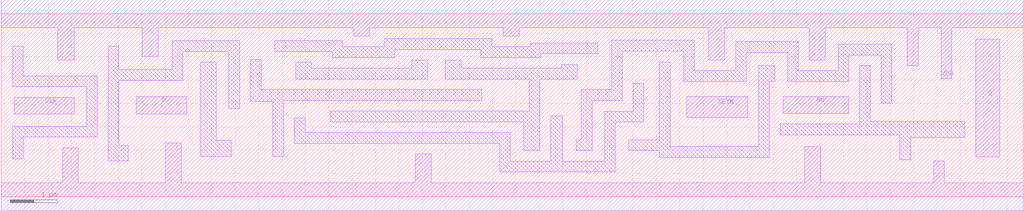
<source format=lef>
# Copyright 2022 GlobalFoundries PDK Authors
#
# Licensed under the Apache License, Version 2.0 (the "License");
# you may not use this file except in compliance with the License.
# You may obtain a copy of the License at
#
#      http://www.apache.org/licenses/LICENSE-2.0
#
# Unless required by applicable law or agreed to in writing, software
# distributed under the License is distributed on an "AS IS" BASIS,
# WITHOUT WARRANTIES OR CONDITIONS OF ANY KIND, either express or implied.
# See the License for the specific language governing permissions and
# limitations under the License.

MACRO gf180mcu_fd_sc_mcu7t5v0__dffrsnq_1
  CLASS core ;
  FOREIGN gf180mcu_fd_sc_mcu7t5v0__dffrsnq_1 0.0 0.0 ;
  ORIGIN 0 0 ;
  SYMMETRY X Y ;
  SITE GF018hv5v_mcu_sc7 ;
  SIZE 21.84 BY 3.92 ;
  PIN D
    DIRECTION INPUT ;
    ANTENNAGATEAREA 0.4015 ;
    PORT
      LAYER METAL1 ;
        POLYGON 2.89 1.77 3.96 1.77 3.96 2.15 2.89 2.15  ;
    END
  END D
  PIN RN
    DIRECTION INPUT ;
    ANTENNAGATEAREA 1.2095 ;
    PORT
      LAYER METAL1 ;
        POLYGON 16.715 1.785 18.115 1.785 18.115 2.15 16.715 2.15  ;
    END
  END RN
  PIN SETN
    DIRECTION INPUT ;
    ANTENNAGATEAREA 1.096 ;
    PORT
      LAYER METAL1 ;
        POLYGON 14.65 1.7 15.955 1.7 15.955 2.15 14.65 2.15  ;
    END
  END SETN
  PIN CLK
    DIRECTION INPUT ;
    USE clock ;
    ANTENNAGATEAREA 0.6755 ;
    PORT
      LAYER METAL1 ;
        POLYGON 0.28 1.77 1.575 1.77 1.575 2.13 0.28 2.13  ;
    END
  END CLK
  PIN Q
    DIRECTION OUTPUT ;
    ANTENNADIFFAREA 0.8932 ;
    PORT
      LAYER METAL1 ;
        POLYGON 20.825 0.86 21.335 0.86 21.335 3.38 20.825 3.38  ;
    END
  END Q
  PIN VDD
    DIRECTION INOUT ;
    USE power ;
    SHAPE ABUTMENT ;
    PORT
      LAYER METAL1 ;
        POLYGON 0 3.62 1.205 3.62 1.205 2.93 1.555 2.93 1.555 3.62 2.055 3.62 3.01 3.62 3.01 3.005 3.35 3.005 3.35 3.62 5.095 3.62 7.53 3.62 7.53 3.445 7.87 3.445 7.87 3.62 10.73 3.62 10.73 3.445 11.07 3.445 11.07 3.62 12.75 3.62 15.125 3.62 15.125 2.93 15.465 2.93 15.465 3.62 17.27 3.62 17.27 2.93 17.61 2.93 17.61 3.62 19.035 3.62 19.365 3.62 19.365 2.81 19.595 2.81 19.595 3.62 20.085 3.62 20.085 2.53 20.315 2.53 20.315 3.62 20.595 3.62 21.84 3.62 21.84 4.22 20.595 4.22 19.035 4.22 12.75 4.22 5.095 4.22 2.055 4.22 0 4.22  ;
    END
  END VDD
  PIN VSS
    DIRECTION INOUT ;
    USE ground ;
    SHAPE ABUTMENT ;
    PORT
      LAYER METAL1 ;
        POLYGON 0 -0.3 21.84 -0.3 21.84 0.3 20.155 0.3 20.155 0.765 19.925 0.765 19.925 0.3 17.51 0.3 17.51 1.075 17.17 1.075 17.17 0.3 9.19 0.3 9.19 0.915 8.85 0.915 8.85 0.3 3.85 0.3 3.85 1.15 3.51 1.15 3.51 0.3 1.65 0.3 1.65 1.05 1.31 1.05 1.31 0.3 0 0.3  ;
    END
  END VSS
  OBS
      LAYER METAL1 ;
        POLYGON 0.245 2.36 1.825 2.36 1.825 1.51 0.245 1.51 0.245 0.81 0.475 0.81 0.475 1.28 2.055 1.28 2.055 2.59 0.475 2.59 0.475 3.225 0.245 3.225  ;
        POLYGON 4.25 0.865 4.915 0.865 4.915 1.205 4.59 1.205 4.59 2.88 4.25 2.88  ;
        POLYGON 2.515 2.49 3.88 2.49 3.88 3.11 4.865 3.11 4.865 1.895 5.095 1.895 5.095 3.34 3.65 3.34 3.65 2.725 2.515 2.725 2.515 3.225 2.285 3.225 2.285 0.765 2.715 0.765 2.715 1.105 2.515 1.105  ;
        POLYGON 6.29 2.525 9.11 2.525 9.11 2.925 8.77 2.925 8.77 2.755 6.63 2.755 6.63 2.88 6.29 2.88  ;
        POLYGON 5.325 2.04 5.805 2.04 5.805 0.865 6.035 0.865 6.035 2.065 10.27 2.065 10.27 2.295 5.555 2.295 5.555 2.94 5.325 2.94  ;
        POLYGON 9.49 2.525 11.28 2.525 11.28 1.835 7.03 1.835 7.03 1.605 11.17 1.605 11.17 0.99 11.51 0.99 11.51 2.525 12.31 2.525 12.31 2.835 11.97 2.835 11.97 2.755 9.83 2.755 9.83 2.925 9.49 2.925  ;
        POLYGON 5.85 3.11 7.07 3.11 7.07 2.985 8.41 2.985 8.41 3.155 10.245 3.155 10.245 2.985 11.53 2.985 11.53 3.065 12.75 3.065 12.75 3.295 11.3 3.295 11.3 3.215 10.48 3.215 10.48 3.39 8.18 3.39 8.18 3.215 7.3 3.215 7.3 3.345 5.85 3.345  ;
        POLYGON 6.265 1.145 10.65 1.145 10.65 0.53 13.125 0.53 13.125 1.6 13.735 1.6 13.735 2.43 13.505 2.43 13.505 1.83 12.895 1.83 12.895 0.76 12 0.76 12 1.735 11.745 1.735 11.745 0.76 10.88 0.76 10.88 1.375 6.495 1.375 6.495 1.685 6.265 1.685  ;
        POLYGON 13.41 0.99 14.065 0.99 14.065 0.845 16.415 0.845 16.415 2.465 16.535 2.465 16.535 2.805 16.185 2.805 16.185 1.075 14.295 1.075 14.295 2.89 14.065 2.89 14.065 1.22 13.41 1.22  ;
        POLYGON 12.29 0.99 12.63 0.99 12.63 2.06 13.275 2.06 13.275 3.12 14.585 3.12 14.585 2.465 15.925 2.465 15.925 3.09 16.805 3.09 16.805 2.465 18.115 2.465 18.115 3.035 18.805 3.035 18.805 2.005 19.035 2.005 19.035 3.27 17.885 3.27 17.885 2.7 17.035 2.7 17.035 3.325 15.695 3.325 15.695 2.7 14.815 2.7 14.815 3.355 13.045 3.355 13.045 2.295 12.4 2.295 12.4 1.22 12.29 1.22  ;
        POLYGON 16.645 1.325 19.205 1.325 19.205 0.79 19.435 0.79 19.435 1.27 20.595 1.27 20.595 1.61 18.575 1.61 18.575 2.805 18.345 2.805 18.345 1.555 16.645 1.555  ;
  END
END gf180mcu_fd_sc_mcu7t5v0__dffrsnq_1

</source>
